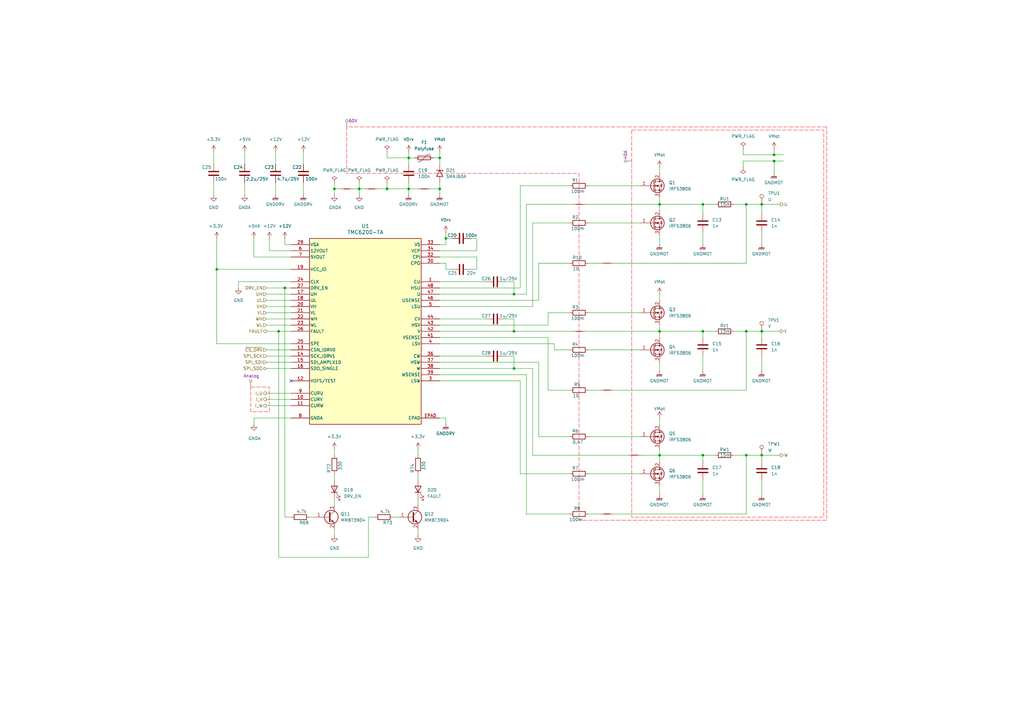
<source format=kicad_sch>
(kicad_sch (version 20250114) (generator "eeschema") (generator_version "9.0")
  (paper "A3")
  (lib_symbols
    (symbol "Connector:TestPoint" (pin_numbers (hide yes)) (pin_names (offset 0.762) (hide yes))
      (property "Reference" "TP" (at 0 6.858 0))
      (property "Value" "TestPoint" (at 0 5.08 0))
      (symbol "TestPoint_1_1"
        (pin passive line (at 0 0 90) (length 2.54) (name "1") (number "1"))
      )
    )
    (symbol "Device:C" (pin_numbers (hide yes)) (pin_names (offset 0.254))
      (property "Reference" "C" (at 0.635 2.54 0))
      (property "Value" "C" (at 0.635 -2.54 0))
      (symbol "C_1_1"
        (pin passive line (at 0 3.81 270) (length 2.794) (name "~") (number "1"))
        (pin passive line (at 0 -3.81 90) (length 2.794) (name "~") (number "2"))
      )
    )
    (symbol "Device:LED" (pin_numbers (hide yes)) (pin_names (offset 1.016) (hide yes))
      (property "Reference" "D" (at 0 2.54 0))
      (property "Value" "LED" (at 0 -2.54 0))
      (symbol "LED_1_1"
        (pin passive line (at -3.81 0 0) (length 2.54) (name "K") (number "1"))
        (pin passive line (at 3.81 0 180) (length 2.54) (name "A") (number "2"))
      )
    )
    (symbol "Device:NetTie_2" (pin_numbers (hide yes)) (pin_names (offset 0) (hide yes)) (in_bom no)
      (property "Reference" "NT" (at 0 1.27 0))
      (property "Value" "NetTie_2" (at 0 -1.27 0))
      (symbol "NetTie_2_1_1"
        (pin passive line (at -2.54 0 0) (length 2.54) (name "1") (number "1"))
        (pin passive line (at 2.54 0 180) (length 2.54) (name "2") (number "2"))
      )
    )
    (symbol "Device:Polyfuse" (pin_numbers (hide yes)) (pin_names (offset 0))
      (property "Reference" "F" (at -2.54 0 90))
      (property "Value" "Polyfuse" (at 2.54 0 90))
      (symbol "Polyfuse_1_1"
        (pin passive line (at 0 3.81 270) (length 1.27) (name "~") (number "1"))
        (pin passive line (at 0 -3.81 90) (length 1.27) (name "~") (number "2"))
      )
    )
    (symbol "Device:R" (pin_numbers (hide yes)) (pin_names (offset 0))
      (property "Reference" "R" (at 2.032 0 90))
      (property "Value" "R" (at 0 0 90))
      (symbol "R_1_1"
        (pin passive line (at 0 3.81 270) (length 1.27) (name "~") (number "1"))
        (pin passive line (at 0 -3.81 90) (length 1.27) (name "~") (number "2"))
      )
    )
    (symbol "Diode:SMAJ60A" (pin_numbers (hide yes)) (pin_names (offset 1.016) (hide yes))
      (property "Reference" "D" (at 0 2.54 0))
      (property "Value" "SMAJ60A" (at 0 -2.54 0))
      (symbol "SMAJ60A_1_1"
        (pin passive line (at -3.81 0 0) (length 2.54) (name "A1") (number "1"))
        (pin passive line (at 3.81 0 180) (length 2.54) (name "A2") (number "2"))
      )
    )
    (symbol "SSTA:TMC6200-TA" (pin_names (offset 0.254))
      (property "Reference" "U" (at 7.874 4.064 0))
      (property "Value" "TMC6200-TA" (at 7.874 -75.438 0))
      (symbol "TMC6200-TA_1_1"
        (pin power_in line (at 0 0 0) (length 7.62) (name "VSA") (number "29"))
        (pin bidirectional line (at 0 -2.54 0) (length 7.62) (name "12VOUT") (number "6"))
        (pin power_out line (at 0 -5.08 0) (length 7.62) (name "5VOUT") (number "7"))
        (pin power_in line (at 0 -10.16 0) (length 7.62) (name "VCC_IO") (number "19"))
        (pin input line (at 0 -15.24 0) (length 7.62) (name "CLK") (number "24"))
        (pin input line (at 0 -17.78 0) (length 7.62) (name "DRV_EN") (number "27"))
        (pin input line (at 0 -20.32 0) (length 7.62) (name "UH") (number "17"))
        (pin input line (at 0 -22.86 0) (length 7.62) (name "UL") (number "18"))
        (pin input line (at 0 -25.4 0) (length 7.62) (name "VH") (number "20"))
        (pin input line (at 0 -27.94 0) (length 7.62) (name "VL") (number "21"))
        (pin input line (at 0 -30.48 0) (length 7.62) (name "WH") (number "22"))
        (pin input line (at 0 -33.02 0) (length 7.62) (name "WL") (number "23"))
        (pin output line (at 0 -35.56 0) (length 7.62) (name "FAULT") (number "26"))
        (pin input line (at 0 -40.64 0) (length 7.62) (name "SPE") (number "25"))
        (pin input line (at 0 -43.18 0) (length 7.62) (name "CSN_IDRV0") (number "13"))
        (pin input line (at 0 -45.72 0) (length 7.62) (name "SCK_IDRV1") (number "14"))
        (pin input line (at 0 -48.26 0) (length 7.62) (name "SDI_AMPLX10") (number "15"))
        (pin bidirectional line (at 0 -50.8 0) (length 7.62) (name "SDO_SINGLE") (number "16"))
        (pin input line (at 0 -55.88 0) (length 7.62) (name "VOFS/TEST") (number "12"))
        (pin output line (at 0 -60.96 0) (length 7.62) (name "CURU") (number "9"))
        (pin output line (at 0 -63.5 0) (length 7.62) (name "CURV") (number "10"))
        (pin output line (at 0 -66.04 0) (length 7.62) (name "CURW") (number "11"))
        (pin power_in line (at 0 -71.12 0) (length 7.62) (name "GNDA") (number "8"))
        (pin power_in line (at 60.96 0 180) (length 7.62) (name "VS") (number "33"))
        (pin unspecified line (at 60.96 -2.54 180) (length 7.62) (name "VCP") (number "34"))
        (pin input line (at 60.96 -5.08 180) (length 7.62) (name "CPI") (number "32"))
        (pin output line (at 60.96 -7.62 180) (length 7.62) (name "CPO") (number "30"))
        (pin unspecified line (at 60.96 -15.24 180) (length 7.62) (name "CU") (number "1"))
        (pin output line (at 60.96 -17.78 180) (length 7.62) (name "HSU") (number "48"))
        (pin unspecified line (at 60.96 -20.32 180) (length 7.62) (name "U") (number "47"))
        (pin unspecified line (at 60.96 -22.86 180) (length 7.62) (name "USENSE") (number "46"))
        (pin output line (at 60.96 -25.4 180) (length 7.62) (name "LSU") (number "5"))
        (pin unspecified line (at 60.96 -30.48 180) (length 7.62) (name "CV") (number "44"))
        (pin output line (at 60.96 -33.02 180) (length 7.62) (name "HSV") (number "43"))
        (pin unspecified line (at 60.96 -35.56 180) (length 7.62) (name "V") (number "42"))
        (pin unspecified line (at 60.96 -38.1 180) (length 7.62) (name "VSENSE") (number "41"))
        (pin output line (at 60.96 -40.64 180) (length 7.62) (name "LSV") (number "4"))
        (pin unspecified line (at 60.96 -45.72 180) (length 7.62) (name "CW") (number "36"))
        (pin output line (at 60.96 -48.26 180) (length 7.62) (name "HSW") (number "37"))
        (pin unspecified line (at 60.96 -50.8 180) (length 7.62) (name "W") (number "38"))
        (pin unspecified line (at 60.96 -53.34 180) (length 7.62) (name "WSENSE") (number "39"))
        (pin output line (at 60.96 -55.88 180) (length 7.62) (name "LSW") (number "3"))
        (pin unspecified line (at 60.96 -71.12 180) (length 7.62) (name "EPAD") (number "EPAD"))
      )
    )
    (symbol "Transistor_BJT:MMBT3904" (pin_names (offset 0) (hide yes))
      (property "Reference" "Q" (at 5.08 1.905 0))
      (property "Value" "MMBT3904" (at 5.08 0 0))
      (symbol "MMBT3904_1_1"
        (pin input line (at -5.08 0 0) (length 2.54) (name "B") (number "1"))
        (pin passive line (at 2.54 5.08 270) (length 2.54) (name "C") (number "3"))
        (pin passive line (at 2.54 -5.08 90) (length 2.54) (name "E") (number "2"))
      )
    )
    (symbol "Transistor_FET:IRFS4115" (pin_names (hide yes))
      (property "Reference" "Q" (at 5.08 1.905 0))
      (property "Value" "IRFS4115" (at 5.08 0 0))
      (symbol "IRFS4115_1_1"
        (pin passive line (at -5.08 0 0) (length 2.54) (name "G") (number "1"))
        (pin passive line (at 2.54 5.08 270) (length 2.54) (name "D") (number "2"))
        (pin passive line (at 2.54 -5.08 90) (length 2.54) (name "S") (number "3"))
      )
    )
    (symbol "power:+12V" (power) (pin_numbers (hide yes)) (pin_names (offset 0) (hide yes))
      (property "Value" "+12V" (at 0 3.556 0))
      (symbol "+12V_1_1"
        (pin power_in line (at 0 0 90) (length 0) (name "~") (number "1"))
      )
    )
    (symbol "power:+3.3V" (power) (pin_numbers (hide yes)) (pin_names (offset 0) (hide yes))
      (property "Value" "+3.3V" (at 0 3.556 0))
      (symbol "+3.3V_1_1"
        (pin power_in line (at 0 0 90) (length 0) (name "~") (number "1"))
      )
    )
    (symbol "power:+5V" (power) (pin_numbers (hide yes)) (pin_names (offset 0) (hide yes))
      (property "Value" "+5V" (at 0 3.556 0))
      (symbol "+5V_1_1"
        (pin power_in line (at 0 0 90) (length 0) (name "~") (number "1"))
      )
    )
    (symbol "power:GND" (power) (pin_numbers (hide yes)) (pin_names (offset 0) (hide yes))
      (property "Value" "GND" (at 0 -3.81 0))
      (symbol "GND_1_1"
        (pin power_in line (at 0 0 270) (length 0) (name "~") (number "1"))
      )
    )
    (symbol "power:GNDA" (power) (pin_numbers (hide yes)) (pin_names (offset 0) (hide yes))
      (property "Value" "GNDA" (at 0 -3.81 0))
      (symbol "GNDA_1_1"
        (pin power_in line (at 0 0 270) (length 0) (name "~") (number "1"))
      )
    )
    (symbol "power:GNDPWR" (power) (pin_numbers (hide yes)) (pin_names (offset 0) (hide yes))
      (property "Value" "GNDPWR" (at 0 -3.302 0))
      (symbol "GNDPWR_1_1"
        (pin power_in line (at 0 0 270) (length 0) (name "~") (number "1"))
      )
    )
    (symbol "power:PWR_FLAG" (power) (pin_numbers (hide yes)) (pin_names (offset 0) (hide yes))
      (property "Value" "PWR_FLAG" (at 0 3.81 0))
      (symbol "PWR_FLAG_0_0"
        (pin power_out line (at 0 0 90) (length 0) (name "~") (number "1"))
      )
    )
    (symbol "power:Vdrive" (power) (pin_numbers (hide yes)) (pin_names (offset 0) (hide yes))
      (property "Value" "Vdrive" (at 0 3.556 0))
      (symbol "Vdrive_1_1"
        (pin power_in line (at 0 0 90) (length 0) (name "~") (number "1"))
      )
    )
  )
  (junction (at 306.07 83.82))
  (junction (at 137.16 77.47))
  (junction (at 114.3 135.89))
  (junction (at 317.5 66.04))
  (junction (at 306.07 135.89))
  (junction (at 88.9 110.49))
  (junction (at 210.82 135.89))
  (junction (at 180.34 64.77))
  (junction (at 312.42 135.89))
  (junction (at 288.29 83.82))
  (junction (at 210.82 151.13))
  (junction (at 270.51 83.82))
  (junction (at 317.5 63.5))
  (junction (at 158.75 77.47))
  (junction (at 167.64 77.47))
  (junction (at 288.29 186.69))
  (junction (at 116.84 118.11))
  (junction (at 312.42 186.69))
  (junction (at 312.42 83.82))
  (junction (at 167.64 64.77))
  (junction (at 270.51 135.89))
  (junction (at 306.07 186.69))
  (junction (at 288.29 135.89))
  (junction (at 182.88 97.79))
  (junction (at 147.32 77.47))
  (junction (at 210.82 120.65))
  (junction (at 180.34 77.47))
  (junction (at 270.51 186.69))
  (no_connect (at 119.38 156.21))
  (wire (pts (xy 114.3 135.89) (xy 119.38 135.89)))
  (wire (pts (xy 210.82 120.65) (xy 215.9 120.65)))
  (wire (pts (xy 180.34 148.59) (xy 220.98 148.59)))
  (wire (pts (xy 167.64 64.77) (xy 167.64 62.23)))
  (wire (pts (xy 100.33 62.23) (xy 100.33 67.31)))
  (wire (pts (xy 109.22 130.81) (xy 119.38 130.81)))
  (wire (pts (xy 306.07 83.82) (xy 300.99 83.82)))
  (wire (pts (xy 312.42 135.89) (xy 312.42 138.43)))
  (wire (pts (xy 241.3 91.44) (xy 262.89 91.44)))
  (wire (pts (xy 288.29 83.82) (xy 288.29 87.63)))
  (wire (pts (xy 180.34 64.77) (xy 180.34 67.31)))
  (wire (pts (xy 312.42 186.69) (xy 312.42 189.23)))
  (wire (pts (xy 180.34 74.93) (xy 180.34 77.47)))
  (wire (pts (xy 113.03 74.93) (xy 113.03 80.01)))
  (wire (pts (xy 137.16 184.15) (xy 137.16 186.69)))
  (wire (pts (xy 312.42 196.85) (xy 312.42 203.2)))
  (wire (pts (xy 241.3 179.07) (xy 262.89 179.07)))
  (wire (pts (xy 171.45 184.15) (xy 171.45 186.69)))
  (wire (pts (xy 270.51 171.45) (xy 270.51 173.99)))
  (wire (pts (xy 88.9 97.79) (xy 88.9 110.49)))
  (wire (pts (xy 251.46 160.02) (xy 306.07 160.02)))
  (wire (pts (xy 109.22 125.73) (xy 119.38 125.73)))
  (wire (pts (xy 270.51 133.35) (xy 270.51 135.89)))
  (wire (pts (xy 110.49 102.87) (xy 110.49 97.79)))
  (wire (pts (xy 306.07 83.82) (xy 306.07 107.95)))
  (wire (pts (xy 116.84 212.09) (xy 116.84 118.11)))
  (wire (pts (xy 171.45 217.17) (xy 171.45 219.71)))
  (wire (pts (xy 207.01 146.05) (xy 210.82 146.05)))
  (wire (pts (xy 119.38 166.37) (xy 109.22 166.37)))
  (wire (pts (xy 220.98 107.95) (xy 220.98 123.19)))
  (wire (pts (xy 109.22 143.51) (xy 119.38 143.51)))
  (wire (pts (xy 215.9 83.82) (xy 234.95 83.82)))
  (wire (pts (xy 137.16 204.47) (xy 137.16 207.01)))
  (wire (pts (xy 270.51 68.58) (xy 270.51 71.12)))
  (wire (pts (xy 304.8 68.58) (xy 304.8 66.04)))
  (wire (pts (xy 119.38 102.87) (xy 110.49 102.87)))
  (wire (pts (xy 104.14 105.41) (xy 104.14 97.79)))
  (wire (pts (xy 180.34 100.33) (xy 182.88 100.33)))
  (wire (pts (xy 147.32 77.47) (xy 147.32 80.01)))
  (wire (pts (xy 119.38 161.29) (xy 109.22 161.29)))
  (wire (pts (xy 213.36 76.2) (xy 213.36 118.11)))
  (wire (pts (xy 180.34 130.81) (xy 199.39 130.81)))
  (wire (pts (xy 240.03 135.89) (xy 270.51 135.89)))
  (wire (pts (xy 176.53 77.47) (xy 180.34 77.47)))
  (wire (pts (xy 116.84 97.79) (xy 116.84 100.33)))
  (wire (pts (xy 87.63 62.23) (xy 87.63 67.31)))
  (wire (pts (xy 241.3 160.02) (xy 246.38 160.02)))
  (wire (pts (xy 227.33 143.51) (xy 233.68 143.51)))
  (wire (pts (xy 180.34 146.05) (xy 199.39 146.05)))
  (wire (pts (xy 207.01 115.57) (xy 210.82 115.57)))
  (wire (pts (xy 158.75 62.23) (xy 158.75 64.77)))
  (wire (pts (xy 288.29 186.69) (xy 288.29 189.23)))
  (wire (pts (xy 220.98 179.07) (xy 233.68 179.07)))
  (wire (pts (xy 270.51 120.65) (xy 270.51 123.19)))
  (wire (pts (xy 218.44 151.13) (xy 218.44 186.69)))
  (wire (pts (xy 124.46 74.93) (xy 124.46 80.01)))
  (wire (pts (xy 227.33 143.51) (xy 227.33 140.97)))
  (wire (pts (xy 180.34 105.41) (xy 195.58 105.41)))
  (wire (pts (xy 109.22 120.65) (xy 119.38 120.65)))
  (wire (pts (xy 180.34 64.77) (xy 180.34 62.23)))
  (wire (pts (xy 154.94 77.47) (xy 158.75 77.47)))
  (wire (pts (xy 321.31 63.5) (xy 317.5 63.5)))
  (wire (pts (xy 270.51 135.89) (xy 288.29 135.89)))
  (wire (pts (xy 210.82 115.57) (xy 210.82 120.65)))
  (wire (pts (xy 124.46 62.23) (xy 124.46 67.31)))
  (wire (pts (xy 180.34 138.43) (xy 224.79 138.43)))
  (wire (pts (xy 215.9 153.67) (xy 215.9 210.82)))
  (wire (pts (xy 88.9 110.49) (xy 119.38 110.49)))
  (wire (pts (xy 109.22 148.59) (xy 119.38 148.59)))
  (wire (pts (xy 170.18 64.77) (xy 167.64 64.77)))
  (wire (pts (xy 109.22 135.89) (xy 114.3 135.89)))
  (wire (pts (xy 158.75 74.93) (xy 158.75 77.47)))
  (wire (pts (xy 151.13 228.6) (xy 114.3 228.6)))
  (wire (pts (xy 312.42 83.82) (xy 320.04 83.82)))
  (wire (pts (xy 182.88 171.45) (xy 182.88 173.99)))
  (wire (pts (xy 213.36 76.2) (xy 233.68 76.2)))
  (wire (pts (xy 270.51 83.82) (xy 288.29 83.82)))
  (wire (pts (xy 288.29 196.85) (xy 288.29 203.2)))
  (wire (pts (xy 180.34 102.87) (xy 195.58 102.87)))
  (wire (pts (xy 182.88 97.79) (xy 182.88 95.25)))
  (wire (pts (xy 180.34 151.13) (xy 210.82 151.13)))
  (wire (pts (xy 161.29 212.09) (xy 163.83 212.09)))
  (wire (pts (xy 195.58 102.87) (xy 195.58 97.79)))
  (wire (pts (xy 288.29 95.25) (xy 288.29 100.33)))
  (wire (pts (xy 114.3 228.6) (xy 114.3 135.89)))
  (wire (pts (xy 321.31 66.04) (xy 317.5 66.04)))
  (wire (pts (xy 306.07 83.82) (xy 312.42 83.82)))
  (wire (pts (xy 195.58 110.49) (xy 195.58 105.41)))
  (wire (pts (xy 180.34 80.01) (xy 180.34 77.47)))
  (wire (pts (xy 218.44 186.69) (xy 257.81 186.69)))
  (wire (pts (xy 304.8 60.96) (xy 304.8 63.5)))
  (wire (pts (xy 270.51 148.59) (xy 270.51 152.4)))
  (wire (pts (xy 251.46 107.95) (xy 306.07 107.95)))
  (wire (pts (xy 167.64 64.77) (xy 167.64 67.31)))
  (wire (pts (xy 104.14 171.45) (xy 119.38 171.45)))
  (wire (pts (xy 241.3 107.95) (xy 246.38 107.95)))
  (wire (pts (xy 180.34 133.35) (xy 224.79 133.35)))
  (wire (pts (xy 288.29 135.89) (xy 293.37 135.89)))
  (wire (pts (xy 213.36 194.31) (xy 233.68 194.31)))
  (wire (pts (xy 180.34 123.19) (xy 220.98 123.19)))
  (wire (pts (xy 119.38 140.97) (xy 88.9 140.97)))
  (wire (pts (xy 116.84 212.09) (xy 119.38 212.09)))
  (wire (pts (xy 270.51 81.28) (xy 270.51 83.82)))
  (wire (pts (xy 195.58 97.79) (xy 193.04 97.79)))
  (wire (pts (xy 241.3 128.27) (xy 262.89 128.27)))
  (wire (pts (xy 215.9 210.82) (xy 233.68 210.82)))
  (wire (pts (xy 288.29 186.69) (xy 293.37 186.69)))
  (wire (pts (xy 182.88 100.33) (xy 182.88 97.79)))
  (wire (pts (xy 137.16 217.17) (xy 137.16 219.71)))
  (wire (pts (xy 137.16 74.93) (xy 137.16 77.47)))
  (wire (pts (xy 151.13 212.09) (xy 151.13 228.6)))
  (wire (pts (xy 227.33 140.97) (xy 180.34 140.97)))
  (wire (pts (xy 270.51 83.82) (xy 270.51 86.36)))
  (wire (pts (xy 167.64 74.93) (xy 167.64 77.47)))
  (wire (pts (xy 270.51 186.69) (xy 270.51 189.23)))
  (wire (pts (xy 109.22 133.35) (xy 119.38 133.35)))
  (wire (pts (xy 306.07 186.69) (xy 300.99 186.69)))
  (wire (pts (xy 116.84 118.11) (xy 119.38 118.11)))
  (wire (pts (xy 240.03 83.82) (xy 270.51 83.82)))
  (wire (pts (xy 312.42 135.89) (xy 320.04 135.89)))
  (wire (pts (xy 182.88 171.45) (xy 180.34 171.45)))
  (wire (pts (xy 109.22 123.19) (xy 119.38 123.19)))
  (wire (pts (xy 304.8 63.5) (xy 317.5 63.5)))
  (wire (pts (xy 100.33 74.93) (xy 100.33 80.01)))
  (wire (pts (xy 210.82 135.89) (xy 234.95 135.89)))
  (wire (pts (xy 312.42 95.25) (xy 312.42 100.33)))
  (wire (pts (xy 304.8 66.04) (xy 317.5 66.04)))
  (wire (pts (xy 180.34 107.95) (xy 182.88 107.95)))
  (wire (pts (xy 213.36 156.21) (xy 213.36 194.31)))
  (wire (pts (xy 288.29 135.89) (xy 288.29 138.43)))
  (wire (pts (xy 224.79 128.27) (xy 233.68 128.27)))
  (wire (pts (xy 180.34 120.65) (xy 210.82 120.65)))
  (wire (pts (xy 97.79 115.57) (xy 97.79 118.11)))
  (wire (pts (xy 127 212.09) (xy 129.54 212.09)))
  (wire (pts (xy 270.51 199.39) (xy 270.51 203.2)))
  (wire (pts (xy 312.42 146.05) (xy 312.42 152.4)))
  (wire (pts (xy 270.51 186.69) (xy 288.29 186.69)))
  (wire (pts (xy 306.07 186.69) (xy 312.42 186.69)))
  (wire (pts (xy 104.14 171.45) (xy 104.14 173.99)))
  (wire (pts (xy 215.9 120.65) (xy 215.9 83.82)))
  (wire (pts (xy 306.07 135.89) (xy 312.42 135.89)))
  (wire (pts (xy 317.5 66.04) (xy 317.5 71.12)))
  (wire (pts (xy 262.89 186.69) (xy 270.51 186.69)))
  (wire (pts (xy 182.88 110.49) (xy 185.42 110.49)))
  (wire (pts (xy 180.34 153.67) (xy 215.9 153.67)))
  (wire (pts (xy 137.16 194.31) (xy 137.16 196.85)))
  (wire (pts (xy 241.3 143.51) (xy 262.89 143.51)))
  (wire (pts (xy 213.36 118.11) (xy 180.34 118.11)))
  (wire (pts (xy 306.07 186.69) (xy 306.07 210.82)))
  (wire (pts (xy 270.51 96.52) (xy 270.51 100.33)))
  (wire (pts (xy 147.32 77.47) (xy 149.86 77.47)))
  (wire (pts (xy 193.04 110.49) (xy 195.58 110.49)))
  (wire (pts (xy 97.79 115.57) (xy 119.38 115.57)))
  (wire (pts (xy 218.44 125.73) (xy 180.34 125.73)))
  (wire (pts (xy 207.01 130.81) (xy 210.82 130.81)))
  (wire (pts (xy 312.42 83.82) (xy 312.42 87.63)))
  (wire (pts (xy 137.16 77.47) (xy 139.7 77.47)))
  (wire (pts (xy 288.29 83.82) (xy 293.37 83.82)))
  (wire (pts (xy 116.84 100.33) (xy 119.38 100.33)))
  (wire (pts (xy 288.29 146.05) (xy 288.29 152.4)))
  (wire (pts (xy 177.8 64.77) (xy 180.34 64.77)))
  (wire (pts (xy 180.34 115.57) (xy 199.39 115.57)))
  (wire (pts (xy 167.64 77.47) (xy 167.64 80.01)))
  (wire (pts (xy 109.22 118.11) (xy 116.84 118.11)))
  (wire (pts (xy 119.38 105.41) (xy 104.14 105.41)))
  (wire (pts (xy 270.51 135.89) (xy 270.51 138.43)))
  (wire (pts (xy 224.79 138.43) (xy 224.79 160.02)))
  (wire (pts (xy 109.22 151.13) (xy 119.38 151.13)))
  (wire (pts (xy 119.38 163.83) (xy 109.22 163.83)))
  (wire (pts (xy 220.98 107.95) (xy 233.68 107.95)))
  (wire (pts (xy 182.88 107.95) (xy 182.88 110.49)))
  (wire (pts (xy 220.98 148.59) (xy 220.98 179.07)))
  (wire (pts (xy 109.22 128.27) (xy 119.38 128.27)))
  (wire (pts (xy 218.44 91.44) (xy 218.44 125.73)))
  (wire (pts (xy 306.07 135.89) (xy 300.99 135.89)))
  (wire (pts (xy 167.64 77.47) (xy 171.45 77.47)))
  (wire (pts (xy 241.3 194.31) (xy 262.89 194.31)))
  (wire (pts (xy 158.75 64.77) (xy 167.64 64.77)))
  (wire (pts (xy 210.82 130.81) (xy 210.82 135.89)))
  (wire (pts (xy 87.63 74.93) (xy 87.63 80.01)))
  (wire (pts (xy 171.45 194.31) (xy 171.45 196.85)))
  (wire (pts (xy 180.34 135.89) (xy 210.82 135.89)))
  (wire (pts (xy 109.22 146.05) (xy 119.38 146.05)))
  (wire (pts (xy 218.44 91.44) (xy 233.68 91.44)))
  (wire (pts (xy 317.5 60.96) (xy 317.5 63.5)))
  (wire (pts (xy 210.82 151.13) (xy 218.44 151.13)))
  (wire (pts (xy 306.07 135.89) (xy 306.07 160.02)))
  (wire (pts (xy 224.79 133.35) (xy 224.79 128.27)))
  (wire (pts (xy 113.03 62.23) (xy 113.03 67.31)))
  (wire (pts (xy 88.9 110.49) (xy 88.9 140.97)))
  (wire (pts (xy 182.88 97.79) (xy 185.42 97.79)))
  (wire (pts (xy 171.45 204.47) (xy 171.45 207.01)))
  (wire (pts (xy 147.32 74.93) (xy 147.32 77.47)))
  (wire (pts (xy 153.67 212.09) (xy 151.13 212.09)))
  (wire (pts (xy 144.78 77.47) (xy 147.32 77.47)))
  (wire (pts (xy 224.79 160.02) (xy 233.68 160.02)))
  (wire (pts (xy 270.51 184.15) (xy 270.51 186.69)))
  (wire (pts (xy 180.34 156.21) (xy 213.36 156.21)))
  (wire (pts (xy 241.3 76.2) (xy 262.89 76.2)))
  (wire (pts (xy 137.16 77.47) (xy 137.16 80.01)))
  (wire (pts (xy 312.42 186.69) (xy 320.04 186.69)))
  (wire (pts (xy 210.82 146.05) (xy 210.82 151.13)))
  (wire (pts (xy 251.46 210.82) (xy 306.07 210.82)))
  (wire (pts (xy 158.75 77.47) (xy 167.64 77.47)))
  (wire (pts (xy 241.3 210.82) (xy 246.38 210.82)))
  (hierarchical_label "U" (shape output) (at 320.04 83.82 0))
  (hierarchical_label "V" (shape output) (at 320.04 135.89 0))
  (hierarchical_label "W" (shape output) (at 320.04 186.69 0))
  (hierarchical_label "SPI_SDO" (shape tri_state) (at 109.22 151.13 180))
  (hierarchical_label "I_W" (shape output) (at 109.22 166.37 180))
  (hierarchical_label "I_V" (shape output) (at 109.22 163.83 180))
  (hierarchical_label "I_U" (shape output) (at 109.22 161.29 180))
  (hierarchical_label "UH" (shape input) (at 109.22 120.65 180))
  (hierarchical_label "DRV_EN" (shape input) (at 109.22 118.11 180))
  (hierarchical_label "FAULT" (shape output) (at 109.22 135.89 180))
  (hierarchical_label "SPI_SDI" (shape input) (at 109.22 148.59 180))
  (hierarchical_label "SPI_SCK" (shape input) (at 109.22 146.05 180))
  (hierarchical_label "~{CS_DRV}" (shape input) (at 109.22 143.51 180))
  (hierarchical_label "WL" (shape input) (at 109.22 133.35 180))
  (hierarchical_label "UL" (shape input) (at 109.22 123.19 180))
  (hierarchical_label "WH" (shape input) (at 109.22 130.81 180))
  (hierarchical_label "VH" (shape input) (at 109.22 125.73 180))
  (hierarchical_label "VL" (shape input) (at 109.22 128.27 180))
  (rule_area (polyline (pts (xy 339.09 52.07) (xy 142.24 52.07) (xy 142.24 71.12) (xy 165.1 71.12) (xy 237.49 71.12) (xy 237.49 203.2) (xy 237.49 213.36) (xy 248.92 213.36) (xy 339.09 213.36) (xy 339.09 120.65)) (stroke (width 0) (type dash))))
  (rule_area (polyline (pts (xy 259.08 53.34) (xy 337.82 53.34) (xy 337.82 212.09) (xy 259.08 212.09)) (stroke (width 0) (type dash))))
  (rule_area (polyline (pts (xy 102.87 158.75) (xy 110.49 158.75) (xy 110.49 168.91) (xy 102.87 168.91)) (stroke (width 0) (type dash))))
  (netclass_flag "" (length 2.54) (shape round) (at 102.87 158.75 0) (property "Netclass" "Analog" (at 99.822 154.178 0) (effects (justify left))))
  (netclass_flag "" (length 2.54) (shape round) (at 142.24 52.07 0) (property "Netclass" "60V" (at 142.9385 49.53 0) (effects (justify left))))
  (netclass_flag "" (length 2.54) (shape round) (at 259.08 66.04 90) (property "Netclass" "40A" (at 256.54 65.3415 90) (effects (justify left))))
  (symbol (lib_id "Device:NetTie_2") (at 248.92 107.95 180) (unit 1) (in_bom no)
    (property "Reference" "NTSU1" (effects (hide yes)))
    (property "Value" "NetTie_2" (effects (hide yes)))
    (property "Footprint" "NetTie:NetTie-2_SMD_Pad0.5mm" (effects (hide yes)))
    (property "Description" "Net tie, 2 pins" (effects (hide yes)))
  )
  (symbol (lib_id "Device:C") (at 288.29 91.44 0) (unit 1) (exclude_from_sim yes)
    (property "Reference" "C13" (at 292.1 90.1699 0) (effects (justify left)))
    (property "Value" "1n" (at 292.1 92.7099 0) (effects (justify left)))
    (property "Footprint" "Capacitor_SMD:C_0805_2012Metric" (effects (hide yes)))
    (property "Description" "Unpolarized capacitor" (effects (hide yes)))
  )
  (symbol (lib_id "Device:R") (at 237.49 91.44 90) (unit 1) (exclude_from_sim yes)
    (property "Reference" "R2" (at 235.966 89.154 90))
    (property "Value" "100m" (at 236.982 93.726 90))
    (property "Footprint" "Resistor_SMD:R_0805_2012Metric" (effects (hide yes)))
    (property "Description" "Resistor" (effects (hide yes)))
  )
  (symbol (lib_id "Device:R") (at 297.18 186.69 90) (unit 1) (exclude_from_sim yes)
    (property "Reference" "RW1" (at 297.18 184.404 90))
    (property "Value" "15m" (at 297.434 186.69 90))
    (property "Footprint" "Resistor_SMD:R_0612_1632Metric" (effects (hide yes)))
    (property "Description" "Resistor" (effects (hide yes)))
  )
  (symbol (lib_id "power:+3.3V") (at 171.45 184.15 0) (unit 1)
    (property "Reference" "#PWR0207" (effects (hide yes)))
    (property "Value" "+3.3V" (at 168.402 179.07 0) (effects (justify left)))
    (property "Description" "Power symbol creates a global label with name \"+3.3V\"" (effects (hide yes)))
  )
  (symbol (lib_id "power:+12V") (at 116.84 97.79 0) (unit 1)
    (property "Reference" "#PWR08" (effects (hide yes)))
    (property "Value" "+12V" (at 116.84 92.71 0))
    (property "Description" "Power symbol creates a global label with name \"+12V\"" (effects (hide yes)))
  )
  (symbol (lib_id "power:PWR_FLAG") (at 304.8 60.96 0) (unit 1)
    (property "Reference" "#FLG01" (effects (hide yes)))
    (property "Value" "PWR_FLAG" (at 304.8 55.88 0))
    (property "Description" "Special symbol for telling ERC where power comes from" (effects (hide yes)))
  )
  (symbol (lib_id "Device:NetTie_2") (at 142.24 77.47 180) (unit 1) (in_bom no)
    (property "Reference" "NTP2G2" (effects (hide yes)))
    (property "Value" "NetTie_2" (effects (hide yes)))
    (property "Footprint" "NetTie:NetTie-2_SMD_Pad0.5mm" (effects (hide yes)))
    (property "Description" "Net tie, 2 pins" (effects (hide yes)))
  )
  (symbol (lib_id "power:+5V") (at 104.14 97.79 0) (unit 1)
    (property "Reference" "#PWR032" (effects (hide yes)))
    (property "Value" "+5VA" (at 104.14 92.71 0))
    (property "Description" "Power symbol creates a global label with name \"+5V\"" (effects (hide yes)))
  )
  (symbol (lib_id "power:GND") (at 87.63 80.01 0) (mirror y) (unit 1)
    (property "Reference" "#PWR043" (effects (hide yes)))
    (property "Value" "GND" (at 87.63 85.09 0))
    (property "Description" "Power symbol creates a global label with name \"GND\" , ground" (effects (hide yes)))
  )
  (symbol (lib_id "Device:C") (at 189.23 110.49 270) (mirror x) (unit 1) (exclude_from_sim yes)
    (property "Reference" "C21" (at 185.674 112.014 90))
    (property "Value" "22n" (at 193.294 112.014 90))
    (property "Footprint" "Capacitor_SMD:C_0805_2012Metric" (effects (hide yes)))
    (property "Description" "Unpolarized capacitor" (effects (hide yes)))
  )
  (symbol (lib_id "Transistor_FET:IRFS4115") (at 267.97 91.44 0) (unit 1) (exclude_from_sim yes)
    (property "Reference" "Q2" (at 274.32 90.1699 0) (effects (justify left)))
    (property "Value" "IRFS3806" (at 274.32 92.7099 0) (effects (justify left)))
    (property "Footprint" "Package_TO_SOT_SMD:TO-263-2" (effects (hide yes)))
    (property "Datasheet" "https://www.infineon.com/dgdl/irfs4115pbf.pdf?fileId=5546d462533600a401535636e5d2218f" (effects (hide yes)))
    (property "Description" "99A Id, 150V Vds, 10.3mOhm Rds, N-Channel HEXFET Power MOSFET, D2PAK" (effects (hide yes)))
  )
  (symbol (lib_id "power:GND") (at 171.45 219.71 0) (unit 1)
    (property "Reference" "#PWR0208" (effects (hide yes)))
    (property "Value" "GND" (at 171.45 224.79 0))
    (property "Description" "Power symbol creates a global label with name \"GND\" , ground" (effects (hide yes)))
  )
  (symbol (lib_id "Device:C") (at 167.64 71.12 0) (unit 1) (exclude_from_sim yes)
    (property "Reference" "C19" (at 171.45 69.8499 0) (effects (justify left)))
    (property "Value" "100n" (at 171.45 72.3899 0) (effects (justify left)))
    (property "Footprint" "Capacitor_SMD:C_0805_2012Metric" (effects (hide yes)))
    (property "Description" "Unpolarized capacitor" (effects (hide yes)))
  )
  (symbol (lib_id "power:Vdrive") (at 182.88 95.25 0) (unit 1) (exclude_from_sim yes)
    (property "Reference" "#PWR015" (effects (hide yes)))
    (property "Value" "VDrv" (at 182.88 90.17 0))
    (property "Description" "Power symbol creates a global label with name \"Vdrive\"" (effects (hide yes)))
  )
  (symbol (lib_id "power:GND") (at 97.79 118.11 0) (unit 1)
    (property "Reference" "#PWR07" (effects (hide yes)))
    (property "Value" "GND" (at 97.79 123.19 0))
    (property "Description" "Power symbol creates a global label with name \"GND\" , ground" (effects (hide yes)))
  )
  (symbol (lib_id "Device:C") (at 113.03 71.12 0) (unit 1) (exclude_from_sim yes)
    (property "Reference" "C23" (at 108.458 68.58 0) (effects (justify left)))
    (property "Value" "4.7u/25V" (at 113.538 73.406 0) (effects (justify left)))
    (property "Footprint" "Capacitor_SMD:C_0805_2012Metric" (effects (hide yes)))
    (property "Description" "Unpolarized capacitor" (effects (hide yes)))
  )
  (symbol (lib_id "Device:C") (at 203.2 115.57 270) (unit 1) (exclude_from_sim yes)
    (property "Reference" "C26" (at 199.39 114.3 90))
    (property "Value" "1u/25V" (at 208.534 114.3 90))
    (property "Footprint" "Capacitor_SMD:C_0805_2012Metric" (effects (hide yes)))
    (property "Description" "Unpolarized capacitor" (effects (hide yes)))
  )
  (symbol (lib_id "Connector:TestPoint") (at 312.42 135.89 0) (unit 1)
    (property "Reference" "TPV1" (at 314.96 131.3179 0) (effects (justify left)))
    (property "Value" "V" (at 314.96 133.8579 0) (effects (justify left)))
    (property "Footprint" "TestPoint:TestPoint_Loop_D2.50mm_Drill1.0mm" (effects (hide yes)))
    (property "Description" "test point" (effects (hide yes)))
  )
  (symbol (lib_id "power:Vdrive") (at 167.64 62.23 0) (unit 1) (exclude_from_sim yes)
    (property "Reference" "#PWR034" (effects (hide yes)))
    (property "Value" "VDrv" (at 167.64 57.15 0))
    (property "Description" "Power symbol creates a global label with name \"Vdrive\"" (effects (hide yes)))
  )
  (symbol (lib_id "Device:R") (at 237.49 160.02 90) (unit 1) (exclude_from_sim yes)
    (property "Reference" "R5" (at 236.728 157.734 90))
    (property "Value" "10" (at 236.22 162.306 90))
    (property "Footprint" "Resistor_SMD:R_0805_2012Metric" (effects (hide yes)))
    (property "Description" "Resistor" (effects (hide yes)))
  )
  (symbol (lib_id "Device:C") (at 312.42 91.44 0) (unit 1) (exclude_from_sim yes)
    (property "Reference" "C14" (at 316.23 90.1699 0) (effects (justify left)))
    (property "Value" "1n" (at 316.23 92.7099 0) (effects (justify left)))
    (property "Footprint" "Capacitor_SMD:C_0805_2012Metric" (effects (hide yes)))
    (property "Description" "Unpolarized capacitor" (effects (hide yes)))
  )
  (symbol (lib_id "Device:Polyfuse") (at 173.99 64.77 90) (unit 1)
    (property "Reference" "F1" (at 173.99 58.42 90))
    (property "Value" "Polyfuse" (at 173.99 60.96 90))
    (property "Footprint" "Fuse:Fuse_0805_2012Metric" (effects (hide yes)))
    (property "Description" "Resettable fuse, polymeric positive temperature coefficient" (effects (hide yes)))
  )
  (symbol (lib_id "Device:R") (at 237.49 128.27 90) (unit 1) (exclude_from_sim yes)
    (property "Reference" "R3" (at 235.966 125.984 90))
    (property "Value" "100m" (at 236.982 130.556 90))
    (property "Footprint" "Resistor_SMD:R_0805_2012Metric" (effects (hide yes)))
    (property "Description" "Resistor" (effects (hide yes)))
  )
  (symbol (lib_id "power:PWR_FLAG") (at 158.75 62.23 0) (unit 1)
    (property "Reference" "#FLG06" (effects (hide yes)))
    (property "Value" "PWR_FLAG" (at 158.75 57.15 0))
    (property "Description" "Special symbol for telling ERC where power comes from" (effects (hide yes)))
  )
  (symbol (lib_id "power:Vdrive") (at 317.5 60.96 0) (unit 1) (exclude_from_sim yes)
    (property "Reference" "#PWR0128" (effects (hide yes)))
    (property "Value" "VMot" (at 317.5 55.88 0))
    (property "Description" "Power symbol creates a global label with name \"Vdrive\"" (effects (hide yes)))
  )
  (symbol (lib_id "Device:R") (at 237.49 194.31 90) (unit 1) (exclude_from_sim yes)
    (property "Reference" "R7" (at 235.966 192.024 90))
    (property "Value" "100m" (at 236.982 196.596 90))
    (property "Footprint" "Resistor_SMD:R_0805_2012Metric" (effects (hide yes)))
    (property "Description" "Resistor" (effects (hide yes)))
  )
  (symbol (lib_id "Device:C") (at 87.63 71.12 0) (unit 1) (exclude_from_sim yes)
    (property "Reference" "C25" (at 82.804 68.58 0) (effects (justify left)))
    (property "Value" "100n" (at 88.138 73.406 0) (effects (justify left)))
    (property "Footprint" "Capacitor_SMD:C_0805_2012Metric" (effects (hide yes)))
    (property "Description" "Unpolarized capacitor" (effects (hide yes)))
  )
  (symbol (lib_id "Device:NetTie_2") (at 248.92 210.82 0) (unit 1) (in_bom no)
    (property "Reference" "NTSW1" (effects (hide yes)))
    (property "Value" "NetTie_2" (effects (hide yes)))
    (property "Footprint" "NetTie:NetTie-2_SMD_Pad0.5mm" (effects (hide yes)))
    (property "Description" "Net tie, 2 pins" (effects (hide yes)))
  )
  (symbol (lib_id "Transistor_FET:IRFS4115") (at 267.97 194.31 0) (unit 1) (exclude_from_sim yes)
    (property "Reference" "Q6" (at 274.32 193.0399 0) (effects (justify left)))
    (property "Value" "IRFS3806" (at 274.32 195.5799 0) (effects (justify left)))
    (property "Footprint" "Package_TO_SOT_SMD:TO-263-2" (effects (hide yes)))
    (property "Datasheet" "https://www.infineon.com/dgdl/irfs4115pbf.pdf?fileId=5546d462533600a401535636e5d2218f" (effects (hide yes)))
    (property "Description" "99A Id, 150V Vds, 10.3mOhm Rds, N-Channel HEXFET Power MOSFET, D2PAK" (effects (hide yes)))
  )
  (symbol (lib_id "Connector:TestPoint") (at 312.42 186.69 0) (unit 1)
    (property "Reference" "TPW1" (at 314.96 182.1179 0) (effects (justify left)))
    (property "Value" "W" (at 314.96 184.6579 0) (effects (justify left)))
    (property "Footprint" "TestPoint:TestPoint_Loop_D2.50mm_Drill1.0mm" (effects (hide yes)))
    (property "Description" "test point" (effects (hide yes)))
  )
  (symbol (lib_id "power:GNDPWR") (at 270.51 203.2 0) (unit 1)
    (property "Reference" "#PWR030" (effects (hide yes)))
    (property "Value" "GNDMOT" (at 270.383 207.01 0))
    (property "Description" "Power symbol creates a global label with name \"GNDPWR\" , global ground" (effects (hide yes)))
  )
  (symbol (lib_id "Device:NetTie_2") (at 248.92 160.02 0) (unit 1) (in_bom no)
    (property "Reference" "NTSV1" (effects (hide yes)))
    (property "Value" "NetTie_2" (effects (hide yes)))
    (property "Footprint" "NetTie:NetTie-2_SMD_Pad0.5mm" (effects (hide yes)))
    (property "Description" "Net tie, 2 pins" (effects (hide yes)))
  )
  (symbol (lib_id "Diode:SMAJ60A") (at 180.34 71.12 270) (unit 1)
    (property "Reference" "D21" (at 182.88 69.8499 90) (effects (justify left)))
    (property "Value" "SMAJ60A" (at 182.88 72.3899 90) (effects (justify left)))
    (property "Footprint" "Diode_SMD:D_SMA" (effects (hide yes)))
    (property "Datasheet" "https://www.littelfuse.com/media?resourcetype=datasheets&itemid=75e32973-b177-4ee3-a0ff-cedaf1abdb93&filename=smaj-datasheet" (effects (hide yes)))
    (property "Description" "400W unidirectional Transient Voltage Suppressor, 60.0Vr, SMA(DO-214AC)" (effects (hide yes)))
    (property "Mouser Part Number" " 576-SMAJ60A" (effects (hide yes)))
  )
  (symbol (lib_id "Device:R") (at 157.48 212.09 270) (unit 1) (exclude_from_sim yes)
    (property "Reference" "R73" (at 159.004 214.376 90))
    (property "Value" "4.7k" (at 157.988 209.804 90))
    (property "Footprint" "Resistor_SMD:R_0805_2012Metric" (effects (hide yes)))
    (property "Description" "Resistor" (effects (hide yes)))
  )
  (symbol (lib_id "power:PWR_FLAG") (at 158.75 74.93 0) (unit 1)
    (property "Reference" "#FLG012" (effects (hide yes)))
    (property "Value" "PWR_FLAG" (at 158.75 69.85 0))
    (property "Description" "Special symbol for telling ERC where power comes from" (effects (hide yes)))
  )
  (symbol (lib_id "Device:NetTie_2") (at 173.99 77.47 180) (unit 1) (in_bom no)
    (property "Reference" "NTP2G4" (effects (hide yes)))
    (property "Value" "NetTie_2" (effects (hide yes)))
    (property "Footprint" "NetTie:NetTie-2_SMD_Pad2.0mm" (effects (hide yes)))
    (property "Description" "Net tie, 2 pins" (effects (hide yes)))
  )
  (symbol (lib_id "Transistor_BJT:MMBT3904") (at 168.91 212.09 0) (unit 1)
    (property "Reference" "Q12" (at 173.99 210.8199 0) (effects (justify left)))
    (property "Value" "MMBT3904" (at 173.99 213.3599 0) (effects (justify left)))
    (property "Footprint" "Package_TO_SOT_SMD:SOT-23" (effects (hide yes)))
    (property "Datasheet" "https://www.onsemi.com/pdf/datasheet/pzt3904-d.pdf" (effects (hide yes)))
    (property "Description" "0.2A Ic, 40V Vce, Small Signal NPN Transistor, SOT-23" (effects (hide yes)))
  )
  (symbol (lib_id "power:PWR_FLAG") (at 137.16 74.93 0) (unit 1)
    (property "Reference" "#FLG010" (effects (hide yes)))
    (property "Value" "PWR_FLAG" (at 137.16 69.85 0))
    (property "Description" "Special symbol for telling ERC where power comes from" (effects (hide yes)))
  )
  (symbol (lib_id "power:GND") (at 137.16 219.71 0) (unit 1)
    (property "Reference" "#PWR0205" (effects (hide yes)))
    (property "Value" "GND" (at 137.16 224.79 0))
    (property "Description" "Power symbol creates a global label with name \"GND\" , ground" (effects (hide yes)))
  )
  (symbol (lib_id "Device:C") (at 312.42 142.24 0) (unit 1) (exclude_from_sim yes)
    (property "Reference" "C16" (at 316.23 140.9699 0) (effects (justify left)))
    (property "Value" "1n" (at 316.23 143.5099 0) (effects (justify left)))
    (property "Footprint" "Capacitor_SMD:C_0805_2012Metric" (effects (hide yes)))
    (property "Description" "Unpolarized capacitor" (effects (hide yes)))
  )
  (symbol (lib_id "power:GNDPWR") (at 312.42 203.2 0) (unit 1)
    (property "Reference" "#PWR026" (effects (hide yes)))
    (property "Value" "GNDMOT" (at 312.293 207.01 0))
    (property "Description" "Power symbol creates a global label with name \"GNDPWR\" , global ground" (effects (hide yes)))
  )
  (symbol (lib_id "power:Vdrive") (at 270.51 68.58 0) (unit 1) (exclude_from_sim yes)
    (property "Reference" "#PWR019" (effects (hide yes)))
    (property "Value" "VMot" (at 270.51 63.5 0))
    (property "Description" "Power symbol creates a global label with name \"Vdrive\"" (effects (hide yes)))
  )
  (symbol (lib_id "power:PWR_FLAG") (at 147.32 74.93 0) (unit 1)
    (property "Reference" "#FLG09" (effects (hide yes)))
    (property "Value" "PWR_FLAG" (at 147.32 69.85 0))
    (property "Description" "Special symbol for telling ERC where power comes from" (effects (hide yes)))
  )
  (symbol (lib_id "Device:R") (at 237.49 107.95 90) (unit 1) (exclude_from_sim yes)
    (property "Reference" "R10" (at 236.728 105.664 90))
    (property "Value" "10" (at 236.22 110.236 90))
    (property "Footprint" "Resistor_SMD:R_0805_2012Metric" (effects (hide yes)))
    (property "Description" "Resistor" (effects (hide yes)))
  )
  (symbol (lib_id "power:GNDPWR") (at 317.5 71.12 0) (unit 1)
    (property "Reference" "#PWR0127" (effects (hide yes)))
    (property "Value" "GNDMOT" (at 317.373 74.93 0))
    (property "Description" "Power symbol creates a global label with name \"GNDPWR\" , global ground" (effects (hide yes)))
  )
  (symbol (lib_id "Transistor_FET:IRFS4115") (at 267.97 76.2 0) (unit 1) (exclude_from_sim yes)
    (property "Reference" "Q1" (at 274.32 74.9299 0) (effects (justify left)))
    (property "Value" "IRFS3806" (at 274.32 77.4699 0) (effects (justify left)))
    (property "Footprint" "Package_TO_SOT_SMD:TO-263-2" (effects (hide yes)))
    (property "Datasheet" "https://www.infineon.com/dgdl/irfs4115pbf.pdf?fileId=5546d462533600a401535636e5d2218f" (effects (hide yes)))
    (property "Description" "99A Id, 150V Vds, 10.3mOhm Rds, N-Channel HEXFET Power MOSFET, D2PAK" (effects (hide yes)))
  )
  (symbol (lib_id "Transistor_FET:IRFS4115") (at 267.97 143.51 0) (unit 1) (exclude_from_sim yes)
    (property "Reference" "Q4" (at 274.32 142.2399 0) (effects (justify left)))
    (property "Value" "IRFS3806" (at 274.32 144.7799 0) (effects (justify left)))
    (property "Footprint" "Package_TO_SOT_SMD:TO-263-2" (effects (hide yes)))
    (property "Datasheet" "https://www.infineon.com/dgdl/irfs4115pbf.pdf?fileId=5546d462533600a401535636e5d2218f" (effects (hide yes)))
    (property "Description" "99A Id, 150V Vds, 10.3mOhm Rds, N-Channel HEXFET Power MOSFET, D2PAK" (effects (hide yes)))
  )
  (symbol (lib_id "Device:R") (at 123.19 212.09 270) (unit 1) (exclude_from_sim yes)
    (property "Reference" "R69" (at 124.714 214.376 90))
    (property "Value" "4.7k" (at 123.698 209.804 90))
    (property "Footprint" "Resistor_SMD:R_0805_2012Metric" (effects (hide yes)))
    (property "Description" "Resistor" (effects (hide yes)))
  )
  (symbol (lib_id "Device:LED") (at 137.16 200.66 90) (unit 1)
    (property "Reference" "D19" (at 140.97 200.9774 90) (effects (justify right)))
    (property "Value" "DRV_EN" (at 140.97 203.5174 90) (effects (justify right)))
    (property "Footprint" "Diode_SMD:D_0805_2012Metric" (effects (hide yes)))
    (property "Description" "Light emitting diode" (effects (hide yes)))
    (property "Sim.Pins" "1=K 2=A" (effects (hide yes)))
  )
  (symbol (lib_id "power:GNDPWR") (at 288.29 203.2 0) (unit 1)
    (property "Reference" "#PWR028" (effects (hide yes)))
    (property "Value" "GNDMOT" (at 288.163 207.01 0))
    (property "Description" "Power symbol creates a global label with name \"GNDPWR\" , global ground" (effects (hide yes)))
  )
  (symbol (lib_id "power:GNDPWR") (at 270.51 152.4 0) (unit 1)
    (property "Reference" "#PWR0108" (effects (hide yes)))
    (property "Value" "GNDMOT" (at 270.383 156.21 0))
    (property "Description" "Power symbol creates a global label with name \"GNDPWR\" , global ground" (effects (hide yes)))
  )
  (symbol (lib_id "power:Vdrive") (at 124.46 62.23 0) (unit 1)
    (property "Reference" "#PWR036" (effects (hide yes)))
    (property "Value" "+12V" (at 124.46 57.15 0))
    (property "Description" "Power symbol creates a global label with name \"Vdrive\"" (effects (hide yes)))
  )
  (symbol (lib_id "power:GNDA") (at 100.33 80.01 0) (unit 1)
    (property "Reference" "#PWR029" (effects (hide yes)))
    (property "Value" "GNDA" (at 100.33 85.09 0))
    (property "Description" "Power symbol creates a global label with name \"GNDA\" , analog ground" (effects (hide yes)))
  )
  (symbol (lib_id "SSTA:TMC6200-TA") (at 119.38 100.33 0) (unit 1)
    (property "Reference" "U1" (at 149.86 92.71 0) (effects (font (size 1.524 1.524))))
    (property "Value" "TMC6200-TA" (at 149.86 95.25 0) (effects (font (size 1.524 1.524))))
    (property "Footprint" "SSTA:eTQFP48_9x9_TRI" (effects (hide yes)))
    (property "Datasheet" "https://www.analog.com/media/en/technical-documentation/data-sheets/TMC6200_datasheet_rev1.08.pdf" (effects (hide yes)))
    (property "Description" "Universal high voltage BLDC/PMSM/Servo MOSFET 3-halfbridge gate-driver" (effects (hide yes)))
  )
  (symbol (lib_id "Device:C") (at 100.33 71.12 0) (unit 1) (exclude_from_sim yes)
    (property "Reference" "C24" (at 95.758 68.58 0) (effects (justify left)))
    (property "Value" "2.2u/25V" (at 100.838 73.406 0) (effects (justify left)))
    (property "Footprint" "Capacitor_SMD:C_0805_2012Metric" (effects (hide yes)))
    (property "Description" "Unpolarized capacitor" (effects (hide yes)))
  )
  (symbol (lib_id "Device:C") (at 288.29 142.24 0) (unit 1) (exclude_from_sim yes)
    (property "Reference" "C15" (at 292.1 140.9699 0) (effects (justify left)))
    (property "Value" "1n" (at 292.1 143.5099 0) (effects (justify left)))
    (property "Footprint" "Capacitor_SMD:C_0805_2012Metric" (effects (hide yes)))
    (property "Description" "Unpolarized capacitor" (effects (hide yes)))
  )
  (symbol (lib_id "Device:C") (at 203.2 130.81 270) (unit 1) (exclude_from_sim yes)
    (property "Reference" "C27" (at 199.39 129.54 90))
    (property "Value" "1u/25V" (at 208.534 129.54 90))
    (property "Footprint" "Capacitor_SMD:C_0805_2012Metric" (effects (hide yes)))
    (property "Description" "Unpolarized capacitor" (effects (hide yes)))
  )
  (symbol (lib_id "power:GNDPWR") (at 312.42 152.4 0) (unit 1)
    (property "Reference" "#PWR025" (effects (hide yes)))
    (property "Value" "GNDMOT" (at 312.293 156.21 0))
    (property "Description" "Power symbol creates a global label with name \"GNDPWR\" , global ground" (effects (hide yes)))
  )
  (symbol (lib_id "Device:C") (at 124.46 71.12 0) (unit 1) (exclude_from_sim yes)
    (property "Reference" "C22" (at 119.888 68.58 0) (effects (justify left)))
    (property "Value" "100n" (at 125.222 73.406 0) (effects (justify left)))
    (property "Footprint" "Capacitor_SMD:C_0805_2012Metric" (effects (hide yes)))
    (property "Description" "Unpolarized capacitor" (effects (hide yes)))
  )
  (symbol (lib_id "power:Vdrive") (at 270.51 171.45 0) (unit 1) (exclude_from_sim yes)
    (property "Reference" "#PWR027" (effects (hide yes)))
    (property "Value" "VMot" (at 270.51 167.64 0))
    (property "Description" "Power symbol creates a global label with name \"Vdrive\"" (effects (hide yes)))
  )
  (symbol (lib_id "Device:R") (at 237.49 76.2 90) (unit 1) (exclude_from_sim yes)
    (property "Reference" "R1" (at 235.966 73.914 90))
    (property "Value" "100m" (at 236.982 78.486 90))
    (property "Footprint" "Resistor_SMD:R_0805_2012Metric" (effects (hide yes)))
    (property "Description" "Resistor" (effects (hide yes)))
  )
  (symbol (lib_id "power:GNDPWR") (at 167.64 80.01 0) (unit 1)
    (property "Reference" "#PWR0218" (effects (hide yes)))
    (property "Value" "GNDDRV" (at 167.513 83.82 0))
    (property "Description" "Power symbol creates a global label with name \"GNDPWR\" , global ground" (effects (hide yes)))
  )
  (symbol (lib_id "Device:C") (at 203.2 146.05 270) (unit 1) (exclude_from_sim yes)
    (property "Reference" "C28" (at 199.39 144.78 90))
    (property "Value" "1u/25V" (at 208.534 144.78 90))
    (property "Footprint" "Capacitor_SMD:C_0805_2012Metric" (effects (hide yes)))
    (property "Description" "Unpolarized capacitor" (effects (hide yes)))
  )
  (symbol (lib_id "power:+12V") (at 110.49 97.79 0) (unit 1)
    (property "Reference" "#PWR031" (effects (hide yes)))
    (property "Value" "+12V" (at 110.49 92.71 0))
    (property "Description" "Power symbol creates a global label with name \"+12V\"" (effects (hide yes)))
  )
  (symbol (lib_id "Device:R") (at 137.16 190.5 180) (unit 1) (exclude_from_sim yes)
    (property "Reference" "R72" (at 134.874 192.024 90))
    (property "Value" "330" (at 139.446 191.008 90))
    (property "Footprint" "Resistor_SMD:R_0805_2012Metric" (effects (hide yes)))
    (property "Description" "Resistor" (effects (hide yes)))
  )
  (symbol (lib_id "Device:R") (at 297.18 83.82 90) (unit 1) (exclude_from_sim yes)
    (property "Reference" "RU1" (at 297.18 81.534 90))
    (property "Value" "15m" (at 297.434 83.82 90))
    (property "Footprint" "Resistor_SMD:R_0612_1632Metric" (effects (hide yes)))
    (property "Description" "Resistor" (effects (hide yes)))
  )
  (symbol (lib_id "power:GNDPWR") (at 288.29 100.33 0) (unit 1)
    (property "Reference" "#PWR021" (effects (hide yes)))
    (property "Value" "GNDMOT" (at 288.163 104.14 0))
    (property "Description" "Power symbol creates a global label with name \"GNDPWR\" , global ground" (effects (hide yes)))
  )
  (symbol (lib_id "power:Vdrive") (at 180.34 62.23 0) (unit 1) (exclude_from_sim yes)
    (property "Reference" "#PWR033" (effects (hide yes)))
    (property "Value" "VMot" (at 180.34 57.15 0))
    (property "Description" "Power symbol creates a global label with name \"Vdrive\"" (effects (hide yes)))
  )
  (symbol (lib_id "Device:R") (at 237.49 210.82 90) (unit 1) (exclude_from_sim yes)
    (property "Reference" "R8" (at 236.728 208.534 90))
    (property "Value" "100m" (at 236.22 213.106 90))
    (property "Footprint" "Resistor_SMD:R_0805_2012Metric" (effects (hide yes)))
    (property "Description" "Resistor" (effects (hide yes)))
  )
  (symbol (lib_id "Device:R") (at 297.18 135.89 90) (unit 1) (exclude_from_sim yes)
    (property "Reference" "RV1" (at 297.18 133.604 90))
    (property "Value" "15m" (at 297.434 135.89 90))
    (property "Footprint" "Resistor_SMD:R_0612_1632Metric" (effects (hide yes)))
    (property "Description" "Resistor" (effects (hide yes)))
  )
  (symbol (lib_id "power:GND") (at 147.32 80.01 0) (mirror y) (unit 1) (exclude_from_sim yes)
    (property "Reference" "#PWR035" (effects (hide yes)))
    (property "Value" "GND" (at 147.32 85.09 0))
    (property "Description" "Power symbol creates a global label with name \"GND\" , ground" (effects (hide yes)))
  )
  (symbol (lib_id "power:GNDPWR") (at 182.88 173.99 0) (unit 1)
    (property "Reference" "#PWR0219" (effects (hide yes)))
    (property "Value" "GNDDRV" (at 182.753 177.8 0))
    (property "Description" "Power symbol creates a global label with name \"GNDPWR\" , global ground" (effects (hide yes)))
  )
  (symbol (lib_id "Device:NetTie_2") (at 152.4 77.47 180) (unit 1) (in_bom no)
    (property "Reference" "NTP2G1" (effects (hide yes)))
    (property "Value" "NetTie_2" (effects (hide yes)))
    (property "Footprint" "NetTie:NetTie-2_SMD_Pad2.0mm" (effects (hide yes)))
    (property "Description" "Net tie, 2 pins" (effects (hide yes)))
  )
  (symbol (lib_id "Connector:TestPoint") (at 312.42 83.82 0) (unit 1)
    (property "Reference" "TPU1" (at 314.96 79.2479 0) (effects (justify left)))
    (property "Value" "U" (at 314.96 81.7879 0) (effects (justify left)))
    (property "Footprint" "TestPoint:TestPoint_Loop_D2.50mm_Drill1.0mm" (effects (hide yes)))
    (property "Description" "test point" (effects (hide yes)))
  )
  (symbol (lib_id "power:+5V") (at 100.33 62.23 0) (unit 1)
    (property "Reference" "#PWR040" (effects (hide yes)))
    (property "Value" "+5VA" (at 100.33 57.15 0))
    (property "Description" "Power symbol creates a global label with name \"+5V\"" (effects (hide yes)))
  )
  (symbol (lib_id "power:+3.3V") (at 87.63 62.23 0) (unit 1)
    (property "Reference" "#PWR042" (effects (hide yes)))
    (property "Value" "+3.3V" (at 84.582 57.15 0) (effects (justify left)))
    (property "Description" "Power symbol creates a global label with name \"+3.3V\"" (effects (hide yes)))
  )
  (symbol (lib_id "power:GNDPWR") (at 270.51 100.33 0) (unit 1)
    (property "Reference" "#PWR0106" (effects (hide yes)))
    (property "Value" "GNDMOT" (at 270.383 104.14 0))
    (property "Description" "Power symbol creates a global label with name \"GNDPWR\" , global ground" (effects (hide yes)))
  )
  (symbol (lib_id "power:GNDPWR") (at 180.34 80.01 0) (unit 1)
    (property "Reference" "#PWR0148" (effects (hide yes)))
    (property "Value" "GNDMOT" (at 180.213 83.82 0))
    (property "Description" "Power symbol creates a global label with name \"GNDPWR\" , global ground" (effects (hide yes)))
  )
  (symbol (lib_id "power:GNDA") (at 137.16 80.01 0) (unit 1)
    (property "Reference" "#PWR0138" (effects (hide yes)))
    (property "Value" "GNDA" (at 137.414 85.09 0))
    (property "Description" "Power symbol creates a global label with name \"GNDA\" , analog ground" (effects (hide yes)))
  )
  (symbol (lib_id "Device:R") (at 237.49 179.07 90) (unit 1) (exclude_from_sim yes)
    (property "Reference" "R6" (at 235.966 176.784 90))
    (property "Value" "0.47" (at 236.982 181.356 90))
    (property "Footprint" "Resistor_SMD:R_0805_2012Metric" (effects (hide yes)))
    (property "Description" "Resistor" (effects (hide yes)))
  )
  (symbol (lib_id "Transistor_BJT:MMBT3904") (at 134.62 212.09 0) (unit 1)
    (property "Reference" "Q11" (at 139.7 210.8199 0) (effects (justify left)))
    (property "Value" "MMBT3904" (at 139.7 213.3599 0) (effects (justify left)))
    (property "Footprint" "Package_TO_SOT_SMD:SOT-23" (effects (hide yes)))
    (property "Datasheet" "https://www.onsemi.com/pdf/datasheet/pzt3904-d.pdf" (effects (hide yes)))
    (property "Description" "0.2A Ic, 40V Vce, Small Signal NPN Transistor, SOT-23" (effects (hide yes)))
  )
  (symbol (lib_id "Device:R") (at 237.49 143.51 90) (unit 1) (exclude_from_sim yes)
    (property "Reference" "R4" (at 235.966 141.224 90))
    (property "Value" "100m" (at 236.982 145.796 90))
    (property "Footprint" "Resistor_SMD:R_0805_2012Metric" (effects (hide yes)))
    (property "Description" "Resistor" (effects (hide yes)))
  )
  (symbol (lib_id "Transistor_FET:IRFS4115") (at 267.97 179.07 0) (unit 1) (exclude_from_sim yes)
    (property "Reference" "Q5" (at 274.32 177.7999 0) (effects (justify left)))
    (property "Value" "IRFS3806" (at 274.32 180.3399 0) (effects (justify left)))
    (property "Footprint" "Package_TO_SOT_SMD:TO-263-2" (effects (hide yes)))
    (property "Datasheet" "https://www.infineon.com/dgdl/irfs4115pbf.pdf?fileId=5546d462533600a401535636e5d2218f" (effects (hide yes)))
    (property "Description" "99A Id, 150V Vds, 10.3mOhm Rds, N-Channel HEXFET Power MOSFET, D2PAK" (effects (hide yes)))
  )
  (symbol (lib_id "Device:NetTie_2") (at 237.49 135.89 180) (unit 1) (in_bom no)
    (property "Reference" "NTPV1" (effects (hide yes)))
    (property "Value" "NetTie_2" (effects (hide yes)))
    (property "Footprint" "NetTie:NetTie-2_SMD_Pad0.5mm" (effects (hide yes)))
    (property "Description" "Net tie, 2 pins" (effects (hide yes)))
  )
  (symbol (lib_id "power:+3.3V") (at 88.9 97.79 0) (unit 1)
    (property "Reference" "#PWR016" (effects (hide yes)))
    (property "Value" "+3.3V" (at 85.598 92.71 0) (effects (justify left)))
    (property "Description" "Power symbol creates a global label with name \"+3.3V\"" (effects (hide yes)))
  )
  (symbol (lib_id "Device:LED") (at 171.45 200.66 90) (unit 1)
    (property "Reference" "D20" (at 175.26 200.9774 90) (effects (justify right)))
    (property "Value" "FAULT" (at 175.26 203.5174 90) (effects (justify right)))
    (property "Footprint" "Diode_SMD:D_0805_2012Metric" (effects (hide yes)))
    (property "Description" "Light emitting diode" (effects (hide yes)))
    (property "Sim.Pins" "1=K 2=A" (effects (hide yes)))
  )
  (symbol (lib_id "Device:R") (at 171.45 190.5 180) (unit 1) (exclude_from_sim yes)
    (property "Reference" "R74" (at 169.164 192.024 90))
    (property "Value" "330" (at 173.736 191.008 90))
    (property "Footprint" "Resistor_SMD:R_0805_2012Metric" (effects (hide yes)))
    (property "Description" "Resistor" (effects (hide yes)))
  )
  (symbol (lib_id "power:GNDA") (at 104.14 173.99 0) (unit 1)
    (property "Reference" "#PWR020" (effects (hide yes)))
    (property "Value" "GNDA" (at 104.394 179.832 0))
    (property "Description" "Power symbol creates a global label with name \"GNDA\" , analog ground" (effects (hide yes)))
  )
  (symbol (lib_id "power:GNDPWR") (at 288.29 152.4 0) (unit 1)
    (property "Reference" "#PWR024" (effects (hide yes)))
    (property "Value" "GNDMOT" (at 288.163 156.21 0))
    (property "Description" "Power symbol creates a global label with name \"GNDPWR\" , global ground" (effects (hide yes)))
  )
  (symbol (lib_id "power:+3.3V") (at 137.16 184.15 0) (unit 1)
    (property "Reference" "#PWR0206" (effects (hide yes)))
    (property "Value" "+3.3V" (at 134.112 179.07 0) (effects (justify left)))
    (property "Description" "Power symbol creates a global label with name \"+3.3V\"" (effects (hide yes)))
  )
  (symbol (lib_id "Device:C") (at 189.23 97.79 270) (unit 1) (exclude_from_sim yes)
    (property "Reference" "C20" (at 185.42 96.52 90))
    (property "Value" "100n" (at 193.294 96.52 90))
    (property "Footprint" "Capacitor_SMD:C_0805_2012Metric" (effects (hide yes)))
    (property "Description" "Unpolarized capacitor" (effects (hide yes)))
  )
  (symbol (lib_id "power:GNDPWR") (at 312.42 100.33 0) (unit 1)
    (property "Reference" "#PWR022" (effects (hide yes)))
    (property "Value" "GNDMOT" (at 312.293 104.14 0))
    (property "Description" "Power symbol creates a global label with name \"GNDPWR\" , global ground" (effects (hide yes)))
  )
  (symbol (lib_id "power:Vdrive") (at 270.51 120.65 0) (unit 1) (exclude_from_sim yes)
    (property "Reference" "#PWR023" (effects (hide yes)))
    (property "Value" "VMot" (at 270.51 115.57 0))
    (property "Description" "Power symbol creates a global label with name \"Vdrive\"" (effects (hide yes)))
  )
  (symbol (lib_id "power:GNDPWR") (at 113.03 80.01 0) (unit 1)
    (property "Reference" "#PWR037" (effects (hide yes)))
    (property "Value" "GNDDRV" (at 112.903 83.82 0))
    (property "Description" "Power symbol creates a global label with name \"GNDPWR\" , global ground" (effects (hide yes)))
  )
  (symbol (lib_id "Device:C") (at 312.42 193.04 0) (unit 1) (exclude_from_sim yes)
    (property "Reference" "C18" (at 316.23 191.7699 0) (effects (justify left)))
    (property "Value" "1n" (at 316.23 194.3099 0) (effects (justify left)))
    (property "Footprint" "Capacitor_SMD:C_0805_2012Metric" (effects (hide yes)))
    (property "Description" "Unpolarized capacitor" (effects (hide yes)))
  )
  (symbol (lib_id "power:GNDPWR") (at 124.46 80.01 0) (unit 1)
    (property "Reference" "#PWR010" (effects (hide yes)))
    (property "Value" "GNDDRV" (at 124.333 83.82 0))
    (property "Description" "Power symbol creates a global label with name \"GNDPWR\" , global ground" (effects (hide yes)))
  )
  (symbol (lib_id "Device:C") (at 288.29 193.04 0) (unit 1) (exclude_from_sim yes)
    (property "Reference" "C17" (at 292.1 191.7699 0) (effects (justify left)))
    (property "Value" "1n" (at 292.1 194.3099 0) (effects (justify left)))
    (property "Footprint" "Capacitor_SMD:C_0805_2012Metric" (effects (hide yes)))
    (property "Description" "Unpolarized capacitor" (effects (hide yes)))
  )
  (symbol (lib_id "Device:NetTie_2") (at 237.49 83.82 180) (unit 1) (in_bom no)
    (property "Reference" "NTPU1" (effects (hide yes)))
    (property "Value" "NetTie_2" (effects (hide yes)))
    (property "Footprint" "NetTie:NetTie-2_SMD_Pad0.5mm" (effects (hide yes)))
    (property "Description" "Net tie, 2 pins" (effects (hide yes)))
  )
  (symbol (lib_id "power:+12V") (at 113.03 62.23 0) (unit 1)
    (property "Reference" "#PWR038" (effects (hide yes)))
    (property "Value" "+12V" (at 113.03 57.15 0))
    (property "Description" "Power symbol creates a global label with name \"+12V\"" (effects (hide yes)))
  )
  (symbol (lib_id "power:PWR_FLAG") (at 304.8 68.58 180) (unit 1)
    (property "Reference" "#FLG07" (effects (hide yes)))
    (property "Value" "PWR_FLAG" (at 304.8 73.66 0))
    (property "Description" "Special symbol for telling ERC where power comes from" (effects (hide yes)))
  )
  (symbol (lib_id "Transistor_FET:IRFS4115") (at 267.97 128.27 0) (unit 1) (exclude_from_sim yes)
    (property "Reference" "Q3" (at 274.32 126.9999 0) (effects (justify left)))
    (property "Value" "IRFS3806" (at 274.32 129.5399 0) (effects (justify left)))
    (property "Footprint" "Package_TO_SOT_SMD:TO-263-2" (effects (hide yes)))
    (property "Datasheet" "https://www.infineon.com/dgdl/irfs4115pbf.pdf?fileId=5546d462533600a401535636e5d2218f" (effects (hide yes)))
    (property "Description" "99A Id, 150V Vds, 10.3mOhm Rds, N-Channel HEXFET Power MOSFET, D2PAK" (effects (hide yes)))
  )
  (symbol (lib_id "Device:NetTie_2") (at 260.35 186.69 180) (unit 1) (in_bom no)
    (property "Reference" "NTPW1" (effects (hide yes)))
    (property "Value" "NetTie_2" (effects (hide yes)))
    (property "Footprint" "NetTie:NetTie-2_SMD_Pad0.5mm" (effects (hide yes)))
    (property "Description" "Net tie, 2 pins" (effects (hide yes)))
  )
)
</source>
